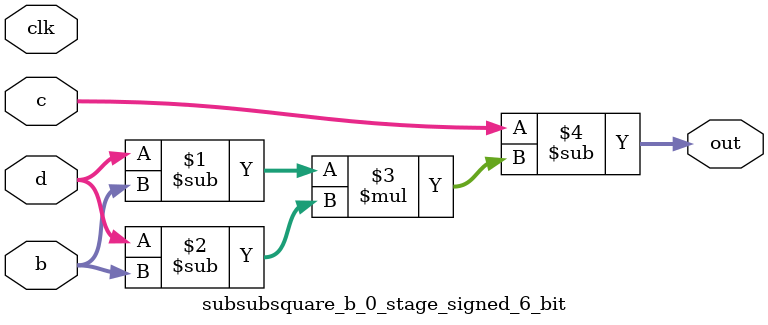
<source format=sv>
(* use_dsp = "yes" *) module subsubsquare_b_0_stage_signed_6_bit(
	input signed [5:0] b,
	input signed [5:0] c,
	input signed [5:0] d,
	output [5:0] out,
	input clk);

	assign out = c - ((d - b) * (d - b));
endmodule

</source>
